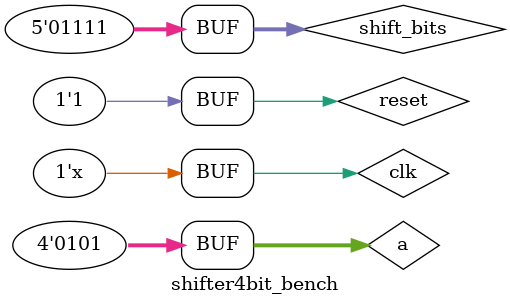
<source format=v>
`timescale 1ns / 1ps


module shifter4bit_bench();
reg clk,reset;
reg [3:0] a;
reg [4:0] shift_bits;

wire [23:0] shiftOut;

shifter4bit shifter4bit1(
     .clk(clk),
     .reset(reset),
     .a(a),
     .shift_bits(shift_bits),
     .shiftOut(shiftOut)
);

initial clk = 1;
always #1 clk = ~clk;

initial
begin
    reset<=1'b0;   a<=4'b0101;   shift_bits<=5'b0_1111;
    #2 reset<=1'b1;
end



endmodule

</source>
